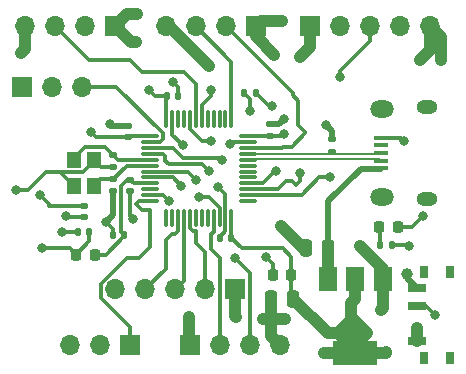
<source format=gbr>
%TF.GenerationSoftware,KiCad,Pcbnew,7.0.1-0*%
%TF.CreationDate,2023-10-24T00:04:38+02:00*%
%TF.ProjectId,SMT-32,534d542d-3332-42e6-9b69-6361645f7063,rev?*%
%TF.SameCoordinates,Original*%
%TF.FileFunction,Copper,L1,Top*%
%TF.FilePolarity,Positive*%
%FSLAX46Y46*%
G04 Gerber Fmt 4.6, Leading zero omitted, Abs format (unit mm)*
G04 Created by KiCad (PCBNEW 7.0.1-0) date 2023-10-24 00:04:38*
%MOMM*%
%LPD*%
G01*
G04 APERTURE LIST*
G04 Aperture macros list*
%AMRoundRect*
0 Rectangle with rounded corners*
0 $1 Rounding radius*
0 $2 $3 $4 $5 $6 $7 $8 $9 X,Y pos of 4 corners*
0 Add a 4 corners polygon primitive as box body*
4,1,4,$2,$3,$4,$5,$6,$7,$8,$9,$2,$3,0*
0 Add four circle primitives for the rounded corners*
1,1,$1+$1,$2,$3*
1,1,$1+$1,$4,$5*
1,1,$1+$1,$6,$7*
1,1,$1+$1,$8,$9*
0 Add four rect primitives between the rounded corners*
20,1,$1+$1,$2,$3,$4,$5,0*
20,1,$1+$1,$4,$5,$6,$7,0*
20,1,$1+$1,$6,$7,$8,$9,0*
20,1,$1+$1,$8,$9,$2,$3,0*%
G04 Aperture macros list end*
%TA.AperFunction,SMDPad,CuDef*%
%ADD10R,1.200000X1.400000*%
%TD*%
%TA.AperFunction,SMDPad,CuDef*%
%ADD11RoundRect,0.140000X0.140000X0.170000X-0.140000X0.170000X-0.140000X-0.170000X0.140000X-0.170000X0*%
%TD*%
%TA.AperFunction,ComponentPad*%
%ADD12O,1.700000X1.700000*%
%TD*%
%TA.AperFunction,ComponentPad*%
%ADD13R,1.700000X1.700000*%
%TD*%
%TA.AperFunction,SMDPad,CuDef*%
%ADD14R,1.500000X2.000000*%
%TD*%
%TA.AperFunction,SMDPad,CuDef*%
%ADD15R,3.800000X2.000000*%
%TD*%
%TA.AperFunction,SMDPad,CuDef*%
%ADD16R,0.800000X1.000000*%
%TD*%
%TA.AperFunction,SMDPad,CuDef*%
%ADD17R,1.500000X0.700000*%
%TD*%
%TA.AperFunction,SMDPad,CuDef*%
%ADD18RoundRect,0.140000X-0.170000X0.140000X-0.170000X-0.140000X0.170000X-0.140000X0.170000X0.140000X0*%
%TD*%
%TA.AperFunction,SMDPad,CuDef*%
%ADD19RoundRect,0.225000X0.225000X0.250000X-0.225000X0.250000X-0.225000X-0.250000X0.225000X-0.250000X0*%
%TD*%
%TA.AperFunction,SMDPad,CuDef*%
%ADD20RoundRect,0.140000X0.170000X-0.140000X0.170000X0.140000X-0.170000X0.140000X-0.170000X-0.140000X0*%
%TD*%
%TA.AperFunction,SMDPad,CuDef*%
%ADD21RoundRect,0.218750X0.218750X0.256250X-0.218750X0.256250X-0.218750X-0.256250X0.218750X-0.256250X0*%
%TD*%
%TA.AperFunction,SMDPad,CuDef*%
%ADD22RoundRect,0.135000X-0.135000X-0.185000X0.135000X-0.185000X0.135000X0.185000X-0.135000X0.185000X0*%
%TD*%
%TA.AperFunction,SMDPad,CuDef*%
%ADD23RoundRect,0.250000X0.250000X0.475000X-0.250000X0.475000X-0.250000X-0.475000X0.250000X-0.475000X0*%
%TD*%
%TA.AperFunction,SMDPad,CuDef*%
%ADD24RoundRect,0.075000X-0.075000X-0.662500X0.075000X-0.662500X0.075000X0.662500X-0.075000X0.662500X0*%
%TD*%
%TA.AperFunction,SMDPad,CuDef*%
%ADD25RoundRect,0.075000X-0.662500X-0.075000X0.662500X-0.075000X0.662500X0.075000X-0.662500X0.075000X0*%
%TD*%
%TA.AperFunction,SMDPad,CuDef*%
%ADD26R,1.300000X0.450000*%
%TD*%
%TA.AperFunction,ComponentPad*%
%ADD27O,1.800000X1.150000*%
%TD*%
%TA.AperFunction,ComponentPad*%
%ADD28O,2.000000X1.450000*%
%TD*%
%TA.AperFunction,SMDPad,CuDef*%
%ADD29RoundRect,0.218750X-0.218750X-0.256250X0.218750X-0.256250X0.218750X0.256250X-0.218750X0.256250X0*%
%TD*%
%TA.AperFunction,SMDPad,CuDef*%
%ADD30RoundRect,0.135000X0.135000X0.185000X-0.135000X0.185000X-0.135000X-0.185000X0.135000X-0.185000X0*%
%TD*%
%TA.AperFunction,SMDPad,CuDef*%
%ADD31RoundRect,0.140000X-0.140000X-0.170000X0.140000X-0.170000X0.140000X0.170000X-0.140000X0.170000X0*%
%TD*%
%TA.AperFunction,SMDPad,CuDef*%
%ADD32RoundRect,0.135000X0.185000X-0.135000X0.185000X0.135000X-0.185000X0.135000X-0.185000X-0.135000X0*%
%TD*%
%TA.AperFunction,ViaPad*%
%ADD33C,0.800000*%
%TD*%
%TA.AperFunction,ViaPad*%
%ADD34C,1.000000*%
%TD*%
%TA.AperFunction,Conductor*%
%ADD35C,0.500000*%
%TD*%
%TA.AperFunction,Conductor*%
%ADD36C,1.000000*%
%TD*%
%TA.AperFunction,Conductor*%
%ADD37C,0.300000*%
%TD*%
%TA.AperFunction,Conductor*%
%ADD38C,0.200000*%
%TD*%
G04 APERTURE END LIST*
D10*
%TO.P,Y2,1,1*%
%TO.N,/HSE_IN*%
X85150000Y-37400000D03*
%TO.P,Y2,2,2*%
%TO.N,GND*%
X85150000Y-39600000D03*
%TO.P,Y2,3,3*%
%TO.N,/HES_OUT*%
X86850000Y-39600000D03*
%TO.P,Y2,4,4*%
%TO.N,GND*%
X86850000Y-37400000D03*
%TD*%
D11*
%TO.P,C7,2*%
%TO.N,GND*%
X88490000Y-43800000D03*
%TO.P,C7,1*%
%TO.N,+3.3VA*%
X89450000Y-43800000D03*
%TD*%
D12*
%TO.P,J8,3,Pin_3*%
%TO.N,/Pin 2*%
X85852000Y-31242000D03*
%TO.P,J8,2,Pin_2*%
%TO.N,/Pin 3*%
X83312000Y-31242000D03*
D13*
%TO.P,J8,1,Pin_1*%
%TO.N,/Pin 4*%
X80772000Y-31242000D03*
%TD*%
%TO.P,J5,1,Pin_1*%
%TO.N,/ADC_12*%
X89916000Y-53086000D03*
D12*
%TO.P,J5,2,Pin_2*%
%TO.N,/ADC_11*%
X87376000Y-53086000D03*
%TO.P,J5,3,Pin_3*%
%TO.N,unconnected-(J5-Pin_3-Pad3)*%
X84836000Y-53086000D03*
%TD*%
D14*
%TO.P,U2,3,VI*%
%TO.N,VBUS*%
X106700000Y-47500000D03*
D15*
%TO.P,U2,2,VO*%
%TO.N,+3.3V*%
X109000000Y-53800000D03*
D14*
X109000000Y-47500000D03*
%TO.P,U2,1,GND*%
%TO.N,GND*%
X111300000Y-47500000D03*
%TD*%
D13*
%TO.P,J7,1,Pin_1*%
%TO.N,GND*%
X105180000Y-26100000D03*
D12*
%TO.P,J7,2,Pin_2*%
%TO.N,/SPI_2_MOSI*%
X107720000Y-26100000D03*
%TO.P,J7,3,Pin_3*%
%TO.N,/SPI_2_MISO*%
X110260000Y-26100000D03*
%TO.P,J7,4,Pin_4*%
%TO.N,/SPI_2_SCK*%
X112800000Y-26100000D03*
%TO.P,J7,5,Pin_5*%
%TO.N,+3.3V*%
X115340000Y-26100000D03*
%TD*%
D13*
%TO.P,J6,1,Pin_1*%
%TO.N,GND*%
X98820000Y-48400000D03*
D12*
%TO.P,J6,2,Pin_2*%
%TO.N,/SPI_1_MOSI*%
X96280000Y-48400000D03*
%TO.P,J6,3,Pin_3*%
%TO.N,/SPI_1_MISO*%
X93740000Y-48400000D03*
%TO.P,J6,4,Pin_4*%
%TO.N,/SPI_1_SCK*%
X91200000Y-48400000D03*
%TO.P,J6,5,Pin_5*%
%TO.N,+3.3V*%
X88660000Y-48400000D03*
%TD*%
D13*
%TO.P,J3,1,Pin_1*%
%TO.N,+3.3V*%
X88670000Y-26100000D03*
D12*
%TO.P,J3,2,Pin_2*%
%TO.N,URAT_1_TX*%
X86130000Y-26100000D03*
%TO.P,J3,3,Pin_3*%
%TO.N,URAT_1_RX*%
X83590000Y-26100000D03*
%TO.P,J3,4,Pin_4*%
%TO.N,GND*%
X81050000Y-26100000D03*
%TD*%
D13*
%TO.P,J4,1,Pin_1*%
%TO.N,+3.3V*%
X94996000Y-53086000D03*
D12*
%TO.P,J4,2,Pin_2*%
%TO.N,/I2C_SCL*%
X97536000Y-53086000D03*
%TO.P,J4,3,Pin_3*%
%TO.N,/I2C_SDA*%
X100076000Y-53086000D03*
%TO.P,J4,4,Pin_4*%
%TO.N,GND*%
X102616000Y-53086000D03*
%TD*%
D16*
%TO.P,SW1,*%
%TO.N,*%
X114840000Y-46900000D03*
X117050000Y-54200000D03*
X117050000Y-46900000D03*
X114840000Y-54200000D03*
D17*
%TO.P,SW1,1,A*%
%TO.N,GND*%
X114190000Y-52800000D03*
%TO.P,SW1,2,B*%
%TO.N,/SW_Boot0*%
X114190000Y-49800000D03*
%TO.P,SW1,3,C*%
%TO.N,+3.3V*%
X114190000Y-48300000D03*
%TD*%
D11*
%TO.P,C8,1*%
%TO.N,+3.3V*%
X86480000Y-43500000D03*
%TO.P,C8,2*%
%TO.N,GND*%
X85520000Y-43500000D03*
%TD*%
D18*
%TO.P,C6,2*%
%TO.N,GND*%
X89916000Y-40076000D03*
%TO.P,C6,1*%
%TO.N,+3.3VA*%
X89916000Y-39116000D03*
%TD*%
D11*
%TO.P,C4,1*%
%TO.N,+3.3V*%
X98460000Y-44000000D03*
%TO.P,C4,2*%
%TO.N,GND*%
X97500000Y-44000000D03*
%TD*%
D18*
%TO.P,C11,1*%
%TO.N,/HES_OUT*%
X88500000Y-39060000D03*
%TO.P,C11,2*%
%TO.N,GND*%
X88500000Y-40020000D03*
%TD*%
D19*
%TO.P,C5,1*%
%TO.N,+3.3V*%
X103575000Y-47150000D03*
%TO.P,C5,2*%
%TO.N,GND*%
X102025000Y-47150000D03*
%TD*%
D20*
%TO.P,C3,1*%
%TO.N,+3.3V*%
X101800000Y-35380000D03*
%TO.P,C3,2*%
%TO.N,GND*%
X101800000Y-34420000D03*
%TD*%
D21*
%TO.P,FB1,1*%
%TO.N,+3.3VA*%
X86925000Y-45450000D03*
%TO.P,FB1,2*%
%TO.N,+3.3V*%
X85350000Y-45450000D03*
%TD*%
D22*
%TO.P,R3,2*%
%TO.N,GND*%
X112120000Y-44600000D03*
%TO.P,R3,1*%
%TO.N,/PWR_LED_K*%
X111100000Y-44600000D03*
%TD*%
D23*
%TO.P,C13,2*%
%TO.N,GND*%
X101850000Y-49200000D03*
%TO.P,C13,1*%
%TO.N,+3.3V*%
X103750000Y-49200000D03*
%TD*%
D18*
%TO.P,C10,1*%
%TO.N,/HSE_IN*%
X88500000Y-37040000D03*
%TO.P,C10,2*%
%TO.N,GND*%
X88500000Y-38000000D03*
%TD*%
%TO.P,C9,1*%
%TO.N,/NRST*%
X86000000Y-41300000D03*
%TO.P,C9,2*%
%TO.N,GND*%
X86000000Y-42260000D03*
%TD*%
D20*
%TO.P,C1,1*%
%TO.N,+3.3V*%
X89750000Y-35510000D03*
%TO.P,C1,2*%
%TO.N,GND*%
X89750000Y-34550000D03*
%TD*%
D24*
%TO.P,U1,48,VDD*%
%TO.N,+3.3V*%
X93000000Y-34000000D03*
%TO.P,U1,47,VSS*%
%TO.N,GND*%
X93500000Y-34000000D03*
%TO.P,U1,46,PB9*%
%TO.N,unconnected-(U1-PB9-Pad46)*%
X94000000Y-34000000D03*
%TO.P,U1,45,PB8*%
%TO.N,unconnected-(U1-PB8-Pad45)*%
X94500000Y-34000000D03*
%TO.P,U1,44,BOOT0*%
%TO.N,/BOOT0*%
X95000000Y-34000000D03*
%TO.P,U1,43,PB7*%
%TO.N,URAT_1_RX*%
X95500000Y-34000000D03*
%TO.P,U1,42,PB6*%
%TO.N,URAT_1_TX*%
X96000000Y-34000000D03*
%TO.P,U1,41,PB5*%
%TO.N,unconnected-(U1-PB5-Pad41)*%
X96500000Y-34000000D03*
%TO.P,U1,40,PB4*%
%TO.N,unconnected-(U1-PB4-Pad40)*%
X97000000Y-34000000D03*
%TO.P,U1,39,PB3*%
%TO.N,unconnected-(U1-PB3-Pad39)*%
X97500000Y-34000000D03*
%TO.P,U1,38,PA15*%
%TO.N,unconnected-(U1-PA15-Pad38)*%
X98000000Y-34000000D03*
%TO.P,U1,37,PA14*%
%TO.N,/SWCLK*%
X98500000Y-34000000D03*
D25*
%TO.P,U1,36,VDD*%
%TO.N,+3.3V*%
X99912500Y-35412500D03*
%TO.P,U1,35,VSS*%
%TO.N,GND*%
X99912500Y-35912500D03*
%TO.P,U1,34,PA13*%
%TO.N,/SWDIO*%
X99912500Y-36412500D03*
%TO.P,U1,33,PA12*%
%TO.N,/USB_D +*%
X99912500Y-36912500D03*
%TO.P,U1,32,PA11*%
%TO.N,/USB_D -*%
X99912500Y-37412500D03*
%TO.P,U1,31,PA10*%
%TO.N,unconnected-(U1-PA10-Pad31)*%
X99912500Y-37912500D03*
%TO.P,U1,30,PA9*%
%TO.N,unconnected-(U1-PA9-Pad30)*%
X99912500Y-38412500D03*
%TO.P,U1,29,PA8*%
%TO.N,unconnected-(U1-PA8-Pad29)*%
X99912500Y-38912500D03*
%TO.P,U1,28,PB15*%
%TO.N,/SPI_2_MOSI*%
X99912500Y-39412500D03*
%TO.P,U1,27,PB14*%
%TO.N,/SPI_2_MISO*%
X99912500Y-39912500D03*
%TO.P,U1,26,PB13*%
%TO.N,/SPI_2_SCK*%
X99912500Y-40412500D03*
%TO.P,U1,25,PB12*%
%TO.N,unconnected-(U1-PB12-Pad25)*%
X99912500Y-40912500D03*
D24*
%TO.P,U1,24,VDD*%
%TO.N,+3.3V*%
X98500000Y-42325000D03*
%TO.P,U1,23,VSS*%
%TO.N,GND*%
X98000000Y-42325000D03*
%TO.P,U1,22,PB11*%
%TO.N,/I2C_SDA*%
X97500000Y-42325000D03*
%TO.P,U1,21,PB10*%
%TO.N,/I2C_SCL*%
X97000000Y-42325000D03*
%TO.P,U1,20,PB2*%
%TO.N,unconnected-(U1-PB2-Pad20)*%
X96500000Y-42325000D03*
%TO.P,U1,19,PB1*%
%TO.N,unconnected-(U1-PB1-Pad19)*%
X96000000Y-42325000D03*
%TO.P,U1,18,PB0*%
%TO.N,unconnected-(U1-PB0-Pad18)*%
X95500000Y-42325000D03*
%TO.P,U1,17,PA7*%
%TO.N,/SPI_1_MOSI*%
X95000000Y-42325000D03*
%TO.P,U1,16,PA6*%
%TO.N,/SPI_1_MISO*%
X94500000Y-42325000D03*
%TO.P,U1,15,PA5*%
%TO.N,/SPI_1_SCK*%
X94000000Y-42325000D03*
%TO.P,U1,14,PA4*%
%TO.N,unconnected-(U1-PA4-Pad14)*%
X93500000Y-42325000D03*
%TO.P,U1,13,PA3*%
%TO.N,unconnected-(U1-PA3-Pad13)*%
X93000000Y-42325000D03*
D25*
%TO.P,U1,12,PA2*%
%TO.N,/ADC_12*%
X91587500Y-40912500D03*
%TO.P,U1,11,PA1*%
%TO.N,/ADC_11*%
X91587500Y-40412500D03*
%TO.P,U1,10,PA0*%
%TO.N,unconnected-(U1-PA0-Pad10)*%
X91587500Y-39912500D03*
%TO.P,U1,9,VDDA*%
%TO.N,+3.3VA*%
X91587500Y-39412500D03*
%TO.P,U1,8,VSSA*%
%TO.N,GND*%
X91587500Y-38912500D03*
%TO.P,U1,7,NRST*%
%TO.N,/NRST*%
X91587500Y-38412500D03*
%TO.P,U1,6,PD1*%
%TO.N,/HES_OUT*%
X91587500Y-37912500D03*
%TO.P,U1,5,PD0*%
%TO.N,/HSE_IN*%
X91587500Y-37412500D03*
%TO.P,U1,4,PC15*%
%TO.N,/Pin 4*%
X91587500Y-36912500D03*
%TO.P,U1,3,PC14*%
%TO.N,/Pin 3*%
X91587500Y-36412500D03*
%TO.P,U1,2,PC13*%
%TO.N,/Pin 2*%
X91587500Y-35912500D03*
%TO.P,U1,1,VBAT*%
%TO.N,+3.3V*%
X91587500Y-35412500D03*
%TD*%
D26*
%TO.P,J1,1,VBUS*%
%TO.N,VBUS*%
X111200000Y-38150000D03*
%TO.P,J1,2,D-*%
%TO.N,/USB_D -*%
X111200000Y-37500000D03*
%TO.P,J1,3,D+*%
%TO.N,/USB_D +*%
X111200000Y-36850000D03*
%TO.P,J1,4,ID*%
%TO.N,unconnected-(J1-ID-Pad4)*%
X111200000Y-36200000D03*
%TO.P,J1,5,GND*%
%TO.N,GND*%
X111200000Y-35550000D03*
D27*
%TO.P,J1,6,Shield*%
%TO.N,unconnected-(J1-Shield-Pad6)*%
X115050000Y-40725000D03*
D28*
X111250000Y-40575000D03*
X111250000Y-33125000D03*
D27*
X115050000Y-32975000D03*
%TD*%
D29*
%TO.P,D1,2,A*%
%TO.N,+3.3V*%
X112600000Y-43100000D03*
%TO.P,D1,1,K*%
%TO.N,/PWR_LED_K*%
X111025000Y-43100000D03*
%TD*%
D13*
%TO.P,J2,1,Pin_1*%
%TO.N,+3.3V*%
X100562000Y-26100000D03*
D12*
%TO.P,J2,2,Pin_2*%
%TO.N,/SWDIO*%
X98022000Y-26100000D03*
%TO.P,J2,3,Pin_3*%
%TO.N,/SWCLK*%
X95482000Y-26100000D03*
%TO.P,J2,4,Pin_4*%
%TO.N,GND*%
X92942000Y-26100000D03*
%TD*%
D23*
%TO.P,C12,2*%
%TO.N,GND*%
X104800000Y-44900000D03*
%TO.P,C12,1*%
%TO.N,VBUS*%
X106700000Y-44900000D03*
%TD*%
D30*
%TO.P,R1,2*%
%TO.N,/BOOT0*%
X99564000Y-31750000D03*
%TO.P,R1,1*%
%TO.N,/SW_Boot0*%
X100584000Y-31750000D03*
%TD*%
D31*
%TO.P,C2,1*%
%TO.N,+3.3V*%
X93020000Y-32000000D03*
%TO.P,C2,2*%
%TO.N,GND*%
X93980000Y-32000000D03*
%TD*%
D32*
%TO.P,R2,1*%
%TO.N,/USB_D +*%
X107050000Y-36720000D03*
%TO.P,R2,2*%
%TO.N,+3.3V*%
X107050000Y-35700000D03*
%TD*%
D33*
%TO.N,GND*%
X102700000Y-43050000D03*
%TO.N,/I2C_SDA*%
X95750000Y-40600000D03*
%TO.N,+3.3V*%
X102950000Y-35200000D03*
X91500000Y-31500000D03*
%TO.N,GND*%
X93550000Y-30850000D03*
D34*
%TO.N,+3.3V*%
X113350000Y-47100000D03*
X94900000Y-50750000D03*
X114500000Y-28950000D03*
X116250000Y-28950000D03*
X102800000Y-25650000D03*
X90550000Y-25100000D03*
X90450000Y-27450000D03*
X102150000Y-28550000D03*
D33*
X108650000Y-49550000D03*
D34*
X110000000Y-52100000D03*
X107550000Y-52100000D03*
X106350000Y-53750000D03*
X111600000Y-53700000D03*
D33*
X106500000Y-34450000D03*
%TO.N,GND*%
X101450000Y-45650000D03*
%TO.N,/Pin 3*%
X97700000Y-37450000D03*
%TO.N,/Pin 4*%
X96600000Y-38400000D03*
%TO.N,/SW_Boot0*%
X101900000Y-32850000D03*
X115700000Y-50550000D03*
%TO.N,GND*%
X80250000Y-40000000D03*
X113150000Y-35800000D03*
X111150000Y-50100000D03*
X114200000Y-51650000D03*
X101200000Y-50900000D03*
X103000000Y-50900000D03*
X98850000Y-50700000D03*
X80700000Y-28400000D03*
X96600000Y-29450000D03*
X104300000Y-28750000D03*
X109350000Y-44700000D03*
%TO.N,+3.3V*%
X82500000Y-44900000D03*
%TO.N,/SPI_2_SCK*%
X106850000Y-38900000D03*
%TO.N,/SPI_2_MISO*%
X104300000Y-38500000D03*
X107700000Y-30450000D03*
%TO.N,/SPI_2_MOSI*%
X102250000Y-38400000D03*
%TO.N,/BOOT0*%
X100076000Y-33274000D03*
X96774000Y-35814000D03*
%TO.N,URAT_1_TX*%
X96774000Y-31496000D03*
%TO.N,GND*%
X94234000Y-39624000D03*
%TO.N,/NRST*%
X95504000Y-39116000D03*
%TO.N,GND*%
X90170000Y-42418000D03*
%TO.N,/NRST*%
X82296000Y-40386000D03*
%TO.N,/ADC_11*%
X93218000Y-40894000D03*
%TO.N,+3.3V*%
X86614000Y-35052000D03*
%TO.N,/I2C_SDA*%
X98806000Y-45720000D03*
%TO.N,GND*%
X102950000Y-34000000D03*
X88200000Y-34400000D03*
X98350000Y-36100000D03*
X97400000Y-39750000D03*
X94400000Y-36200000D03*
X87900000Y-42700000D03*
X84200000Y-43500000D03*
X84500000Y-42200000D03*
X113500000Y-44700000D03*
%TO.N,+3.3V*%
X114700000Y-42200000D03*
%TD*%
D35*
%TO.N,VBUS*%
X106700000Y-44900000D02*
X106700000Y-40950000D01*
X106700000Y-40950000D02*
X109475000Y-38175000D01*
X109475000Y-38175000D02*
X111200000Y-38175000D01*
D36*
%TO.N,+3.3V*%
X108650000Y-50100000D02*
X108650000Y-51000000D01*
X108650000Y-49550000D02*
X108650000Y-50100000D01*
X108650000Y-50100000D02*
X108650000Y-50750000D01*
X108650000Y-50750000D02*
X110000000Y-52100000D01*
X108650000Y-51000000D02*
X107550000Y-52100000D01*
%TO.N,GND*%
X104550000Y-44900000D02*
X102700000Y-43050000D01*
X104800000Y-44900000D02*
X104550000Y-44900000D01*
%TO.N,VBUS*%
X106700000Y-47500000D02*
X106700000Y-44900000D01*
D37*
%TO.N,GND*%
X88490000Y-43800000D02*
X88490000Y-43290000D01*
X88490000Y-43290000D02*
X87900000Y-42700000D01*
X97500000Y-44000000D02*
X97500000Y-43957035D01*
X97500000Y-43957035D02*
X98000000Y-43457035D01*
X98000000Y-43457035D02*
X98000000Y-42325000D01*
%TO.N,/I2C_SDA*%
X96613541Y-40600000D02*
X95750000Y-40600000D01*
X97500000Y-41486459D02*
X96613541Y-40600000D01*
%TO.N,/SWDIO*%
X103600000Y-36300000D02*
X104750000Y-35150000D01*
X102798161Y-36412500D02*
X102910661Y-36300000D01*
X102910661Y-36300000D02*
X103600000Y-36300000D01*
X99912500Y-36412500D02*
X102798161Y-36412500D01*
X104750000Y-35050000D02*
X104150000Y-34450000D01*
X103700000Y-31778000D02*
X98022000Y-26100000D01*
X104750000Y-35150000D02*
X104750000Y-35050000D01*
X104150000Y-34450000D02*
X104150000Y-32400000D01*
X104150000Y-32400000D02*
X103700000Y-31950000D01*
X103700000Y-31950000D02*
X103700000Y-31778000D01*
%TO.N,+3.3V*%
X102770000Y-35380000D02*
X102950000Y-35200000D01*
X101800000Y-35380000D02*
X102770000Y-35380000D01*
X103575000Y-45625000D02*
X103575000Y-47150000D01*
D36*
X107550000Y-52100000D02*
X106650000Y-52100000D01*
X106650000Y-52100000D02*
X103750000Y-49200000D01*
D37*
%TO.N,GND*%
X85900000Y-38450000D02*
X84000000Y-38450000D01*
X84000000Y-38450000D02*
X82800000Y-38450000D01*
X85150000Y-39600000D02*
X84000000Y-38450000D01*
%TO.N,+3.3V*%
X86480000Y-43500000D02*
X86480000Y-44320000D01*
X86480000Y-44320000D02*
X85350000Y-45450000D01*
X84800000Y-44900000D02*
X82500000Y-44900000D01*
X92000000Y-32000000D02*
X91500000Y-31500000D01*
X93020000Y-32000000D02*
X92000000Y-32000000D01*
X91587500Y-35412500D02*
X89847500Y-35412500D01*
X89847500Y-35412500D02*
X89750000Y-35510000D01*
X93000000Y-34000000D02*
X93000000Y-32020000D01*
X93000000Y-32020000D02*
X93020000Y-32000000D01*
%TO.N,GND*%
X93980000Y-31280000D02*
X93550000Y-30850000D01*
X93980000Y-32000000D02*
X93980000Y-31280000D01*
%TO.N,+3.3V*%
X89750000Y-35510000D02*
X87072000Y-35510000D01*
X87072000Y-35510000D02*
X86614000Y-35052000D01*
%TO.N,/SPI_2_MISO*%
X104300000Y-39200000D02*
X104300000Y-38500000D01*
D35*
%TO.N,GND*%
X88500000Y-40020000D02*
X88500000Y-42100000D01*
X88500000Y-42100000D02*
X87900000Y-42700000D01*
%TO.N,+3.3V*%
X113350000Y-47100000D02*
X113350000Y-47460000D01*
X113350000Y-47460000D02*
X114190000Y-48300000D01*
D36*
X94900000Y-50750000D02*
X94900000Y-52990000D01*
X94900000Y-52990000D02*
X94996000Y-53086000D01*
X115340000Y-26100000D02*
X115340000Y-28110000D01*
X115340000Y-28110000D02*
X114500000Y-28950000D01*
X116250000Y-28950000D02*
X116250000Y-27010000D01*
X116250000Y-27010000D02*
X115340000Y-26100000D01*
X102800000Y-25650000D02*
X101012000Y-25650000D01*
X101012000Y-25650000D02*
X100562000Y-26100000D01*
X100562000Y-26100000D02*
X100562000Y-26962000D01*
X100562000Y-26962000D02*
X102150000Y-28550000D01*
X90450000Y-27450000D02*
X90020000Y-27450000D01*
X90020000Y-27450000D02*
X88670000Y-26100000D01*
X90550000Y-25100000D02*
X89670000Y-25100000D01*
X89670000Y-25100000D02*
X88670000Y-26100000D01*
X109000000Y-49200000D02*
X108650000Y-49550000D01*
X109000000Y-47500000D02*
X109000000Y-49200000D01*
X109000000Y-53800000D02*
X109000000Y-53550000D01*
X109000000Y-53550000D02*
X107550000Y-52100000D01*
X109000000Y-53800000D02*
X109000000Y-53100000D01*
X109000000Y-53100000D02*
X110000000Y-52100000D01*
X106350000Y-53750000D02*
X111550000Y-53750000D01*
X111550000Y-53750000D02*
X111600000Y-53700000D01*
X110000000Y-52100000D02*
X107550000Y-52100000D01*
D37*
%TO.N,/SPI_2_MISO*%
X103650000Y-39250000D02*
X103950000Y-39550000D01*
X103100000Y-39250000D02*
X103650000Y-39250000D01*
X103950000Y-39550000D02*
X104300000Y-39200000D01*
X99912500Y-39912500D02*
X102437500Y-39912500D01*
X102437500Y-39912500D02*
X103100000Y-39250000D01*
%TO.N,/SPI_2_SCK*%
X105950000Y-38900000D02*
X106850000Y-38900000D01*
D35*
%TO.N,+3.3V*%
X107050000Y-35000000D02*
X106500000Y-34450000D01*
X107050000Y-35700000D02*
X107050000Y-35000000D01*
D36*
X109000000Y-48950000D02*
X109000000Y-47500000D01*
D37*
X103575000Y-47150000D02*
X103575000Y-49025000D01*
X103575000Y-49025000D02*
X103750000Y-49200000D01*
X98460000Y-44000000D02*
X99360000Y-44900000D01*
X99360000Y-44900000D02*
X102850000Y-44900000D01*
X102850000Y-44900000D02*
X103575000Y-45625000D01*
%TO.N,GND*%
X102025000Y-46225000D02*
X101450000Y-45650000D01*
X102025000Y-47150000D02*
X102025000Y-46225000D01*
D38*
%TO.N,/USB_D -*%
X111200000Y-37500000D02*
X111087500Y-37387500D01*
X111087500Y-37387500D02*
X99937500Y-37387500D01*
D37*
%TO.N,/Pin 3*%
X91587500Y-36412500D02*
X93551839Y-36412500D01*
X93551839Y-36412500D02*
X94439339Y-37300000D01*
X97550000Y-37300000D02*
X97700000Y-37450000D01*
X94439339Y-37300000D02*
X97550000Y-37300000D01*
%TO.N,/Pin 4*%
X92919339Y-37519339D02*
X93200000Y-37800000D01*
X93200000Y-37800000D02*
X96000000Y-37800000D01*
X92919339Y-37084000D02*
X92919339Y-37519339D01*
X96000000Y-37800000D02*
X96600000Y-38400000D01*
%TO.N,/SW_Boot0*%
X101684000Y-32850000D02*
X100584000Y-31750000D01*
X101900000Y-32850000D02*
X101684000Y-32850000D01*
X114950000Y-49800000D02*
X115700000Y-50550000D01*
X114190000Y-49800000D02*
X114950000Y-49800000D01*
%TO.N,GND*%
X81250000Y-40000000D02*
X80250000Y-40000000D01*
X82800000Y-38450000D02*
X81250000Y-40000000D01*
X86850000Y-37500000D02*
X85900000Y-38450000D01*
X112900000Y-35550000D02*
X113150000Y-35800000D01*
X111200000Y-35550000D02*
X112900000Y-35550000D01*
D36*
X111300000Y-49950000D02*
X111150000Y-50100000D01*
X111300000Y-47500000D02*
X111300000Y-49950000D01*
X114190000Y-51660000D02*
X114200000Y-51650000D01*
X114190000Y-52800000D02*
X114190000Y-51660000D01*
X101850000Y-50900000D02*
X101200000Y-50900000D01*
X101850000Y-50900000D02*
X103000000Y-50900000D01*
X101850000Y-49200000D02*
X101850000Y-50900000D01*
X101850000Y-50900000D02*
X101850000Y-52320000D01*
X101850000Y-52320000D02*
X102616000Y-53086000D01*
X98820000Y-50670000D02*
X98850000Y-50700000D01*
X98820000Y-48400000D02*
X98820000Y-50670000D01*
X81050000Y-28050000D02*
X80700000Y-28400000D01*
X81050000Y-26100000D02*
X81050000Y-28050000D01*
X93250000Y-26100000D02*
X96600000Y-29450000D01*
X92942000Y-26100000D02*
X93250000Y-26100000D01*
X105180000Y-27870000D02*
X104300000Y-28750000D01*
X105180000Y-26100000D02*
X105180000Y-27870000D01*
X111300000Y-47500000D02*
X111300000Y-46650000D01*
X111300000Y-46650000D02*
X109350000Y-44700000D01*
D37*
%TO.N,+3.3V*%
X84800000Y-44900000D02*
X85350000Y-45450000D01*
%TO.N,+3.3VA*%
X86925000Y-45450000D02*
X87842965Y-45450000D01*
X87842965Y-45450000D02*
X89450000Y-43842965D01*
X89450000Y-43842965D02*
X89450000Y-43800000D01*
X89160000Y-39618000D02*
X89160000Y-43510000D01*
X89160000Y-43510000D02*
X89450000Y-43800000D01*
%TO.N,/SPI_2_SCK*%
X104437500Y-40412500D02*
X105950000Y-38900000D01*
X99912500Y-40412500D02*
X104437500Y-40412500D01*
%TO.N,/SPI_2_MISO*%
X110260000Y-26100000D02*
X110260000Y-27340000D01*
X107700000Y-29900000D02*
X107700000Y-30450000D01*
X110260000Y-27340000D02*
X108600000Y-29000000D01*
X108600000Y-29000000D02*
X107700000Y-29900000D01*
%TO.N,/SPI_2_MOSI*%
X102200000Y-38400000D02*
X102250000Y-38400000D01*
X101187500Y-39412500D02*
X102200000Y-38400000D01*
X99912500Y-39412500D02*
X101187500Y-39412500D01*
D38*
%TO.N,/USB_D +*%
X99937500Y-36937500D02*
X111112500Y-36937500D01*
X111112500Y-36937500D02*
X111200000Y-36850000D01*
D37*
%TO.N,/BOOT0*%
X100076000Y-32262000D02*
X99564000Y-31750000D01*
X95975459Y-35814000D02*
X96774000Y-35814000D01*
X95000000Y-34000000D02*
X95000000Y-34838541D01*
X95000000Y-34838541D02*
X95975459Y-35814000D01*
X100076000Y-33274000D02*
X100076000Y-32262000D01*
%TO.N,URAT_1_TX*%
X96774000Y-32004000D02*
X96774000Y-31496000D01*
X96000000Y-32778000D02*
X96774000Y-32004000D01*
%TO.N,/NRST*%
X83058000Y-41300000D02*
X86000000Y-41300000D01*
%TO.N,GND*%
X93522500Y-38912500D02*
X94234000Y-39624000D01*
X91587500Y-38912500D02*
X93522500Y-38912500D01*
%TO.N,/NRST*%
X94800500Y-38412500D02*
X95504000Y-39116000D01*
X91587500Y-38412500D02*
X94800500Y-38412500D01*
%TO.N,GND*%
X89916000Y-42164000D02*
X90170000Y-42418000D01*
X89916000Y-40894000D02*
X89916000Y-42164000D01*
%TO.N,+3.3VA*%
X89916000Y-39116000D02*
X89662000Y-39116000D01*
X89662000Y-39116000D02*
X89160000Y-39618000D01*
%TO.N,GND*%
X89916000Y-40076000D02*
X89916000Y-40894000D01*
%TO.N,/ADC_12*%
X91587500Y-40912500D02*
X90659500Y-40912500D01*
X90659500Y-40912500D02*
X90424000Y-41148000D01*
X87460000Y-49106000D02*
X89916000Y-51562000D01*
X90424000Y-41148000D02*
X90932000Y-41656000D01*
X90932000Y-41656000D02*
X91587500Y-41656000D01*
X91587500Y-41656000D02*
X91587500Y-44810500D01*
X91587500Y-44810500D02*
X90678000Y-45720000D01*
X90678000Y-45720000D02*
X89642943Y-45720000D01*
X89642943Y-45720000D02*
X87460000Y-47902943D01*
X87460000Y-47902943D02*
X87460000Y-49106000D01*
X89916000Y-51562000D02*
X89916000Y-53086000D01*
%TO.N,+3.3VA*%
X91587500Y-39412500D02*
X90212500Y-39412500D01*
X90212500Y-39412500D02*
X89916000Y-39116000D01*
%TO.N,/NRST*%
X83058000Y-41300000D02*
X83058000Y-41148000D01*
X83058000Y-41148000D02*
X82296000Y-40386000D01*
%TO.N,/ADC_11*%
X92736500Y-40412500D02*
X93218000Y-40894000D01*
X91587500Y-40412500D02*
X92736500Y-40412500D01*
%TO.N,/SPI_1_SCK*%
X94000000Y-42325000D02*
X94000000Y-43414000D01*
X93472000Y-43688000D02*
X92964000Y-44196000D01*
X94000000Y-43414000D02*
X93726000Y-43688000D01*
X93726000Y-43688000D02*
X93472000Y-43688000D01*
X92964000Y-44196000D02*
X92964000Y-46636000D01*
X92964000Y-46636000D02*
X91200000Y-48400000D01*
%TO.N,/Pin 4*%
X91587500Y-36912500D02*
X92747839Y-36912500D01*
X92747839Y-36912500D02*
X92919339Y-37084000D01*
%TO.N,/Pin 2*%
X91587500Y-35912500D02*
X92426041Y-35912500D01*
X88755541Y-31242000D02*
X85852000Y-31242000D01*
X92426041Y-35912500D02*
X92675000Y-35663541D01*
X92675000Y-35663541D02*
X92675000Y-35161459D01*
X92675000Y-35161459D02*
X88755541Y-31242000D01*
%TO.N,URAT_1_RX*%
X90932000Y-29972000D02*
X89916000Y-28956000D01*
X95500000Y-34000000D02*
X95500000Y-30984000D01*
X95500000Y-30984000D02*
X94488000Y-29972000D01*
X94488000Y-29972000D02*
X90932000Y-29972000D01*
X89916000Y-28956000D02*
X86446000Y-28956000D01*
X86446000Y-28956000D02*
X83590000Y-26100000D01*
%TO.N,URAT_1_TX*%
X96000000Y-34000000D02*
X96000000Y-32778000D01*
%TO.N,/SWCLK*%
X98500000Y-34000000D02*
X98500000Y-29118000D01*
X98500000Y-29118000D02*
X95482000Y-26100000D01*
%TO.N,/I2C_SDA*%
X97500000Y-42325000D02*
X97500000Y-41486459D01*
X100076000Y-46990000D02*
X100076000Y-53086000D01*
X98806000Y-45720000D02*
X100076000Y-46990000D01*
%TO.N,/I2C_SCL*%
X97000000Y-42325000D02*
X97000000Y-43497035D01*
X97000000Y-43497035D02*
X96774000Y-43723035D01*
X96774000Y-43723035D02*
X96774000Y-44958000D01*
X96774000Y-44958000D02*
X97536000Y-45720000D01*
X97536000Y-45720000D02*
X97536000Y-53086000D01*
%TO.N,/SPI_1_MOSI*%
X95000000Y-42325000D02*
X95000000Y-43163541D01*
X95270459Y-43434000D02*
X95504000Y-43434000D01*
X95000000Y-43163541D02*
X95270459Y-43434000D01*
X95504000Y-43434000D02*
X95504000Y-44450000D01*
X96280000Y-45226000D02*
X96280000Y-48400000D01*
X95504000Y-44450000D02*
X96280000Y-45226000D01*
%TO.N,/SPI_1_MISO*%
X94500000Y-42325000D02*
X94500000Y-47640000D01*
X94500000Y-47640000D02*
X93740000Y-48400000D01*
D35*
%TO.N,GND*%
X102530000Y-34420000D02*
X102950000Y-34000000D01*
X101800000Y-34420000D02*
X102530000Y-34420000D01*
X88350000Y-34550000D02*
X88200000Y-34400000D01*
X89750000Y-34550000D02*
X88350000Y-34550000D01*
D37*
X98537500Y-35912500D02*
X98350000Y-36100000D01*
X99912500Y-35912500D02*
X98537500Y-35912500D01*
X98000000Y-40350000D02*
X97400000Y-39750000D01*
X98000000Y-42325000D02*
X98000000Y-40350000D01*
X93500000Y-35300000D02*
X94400000Y-36200000D01*
X93500000Y-34000000D02*
X93500000Y-35300000D01*
X88500000Y-38000000D02*
X87450000Y-38000000D01*
X87450000Y-38000000D02*
X86850000Y-37400000D01*
X86850000Y-37400000D02*
X86850000Y-37500000D01*
X85520000Y-43500000D02*
X84200000Y-43500000D01*
X84560000Y-42260000D02*
X84500000Y-42200000D01*
X86000000Y-42260000D02*
X84560000Y-42260000D01*
%TO.N,/HES_OUT*%
X88500000Y-39060000D02*
X89647500Y-37912500D01*
X89647500Y-37912500D02*
X91587500Y-37912500D01*
%TO.N,GND*%
X113400000Y-44600000D02*
X113500000Y-44700000D01*
X112120000Y-44600000D02*
X113400000Y-44600000D01*
%TO.N,+3.3V*%
X113800000Y-43100000D02*
X114700000Y-42200000D01*
X112600000Y-43100000D02*
X113800000Y-43100000D01*
%TO.N,/PWR_LED_K*%
X111100000Y-44600000D02*
X111100000Y-43175000D01*
X111100000Y-43175000D02*
X111025000Y-43100000D01*
%TO.N,+3.3V*%
X98460000Y-44000000D02*
X98500000Y-43960000D01*
X98500000Y-43960000D02*
X98500000Y-42325000D01*
X89740000Y-35540000D02*
X89867500Y-35412500D01*
%TO.N,/HES_OUT*%
X88500000Y-39060000D02*
X87390000Y-39060000D01*
X87390000Y-39060000D02*
X86850000Y-39600000D01*
%TO.N,/HSE_IN*%
X88500000Y-37040000D02*
X87810000Y-36350000D01*
X87810000Y-36350000D02*
X86100000Y-36350000D01*
X86100000Y-36350000D02*
X85150000Y-37300000D01*
X85150000Y-37300000D02*
X85150000Y-37400000D01*
X88500000Y-37040000D02*
X88872500Y-37412500D01*
X88872500Y-37412500D02*
X91587500Y-37412500D01*
%TO.N,+3.3V*%
X101800000Y-35380000D02*
X99945000Y-35380000D01*
X99945000Y-35380000D02*
X99912500Y-35412500D01*
%TD*%
M02*

</source>
